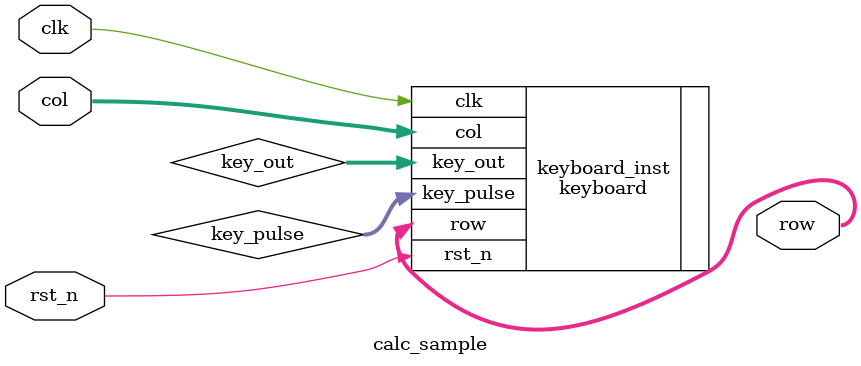
<source format=v>

module calc_sample #(
    parameter NUM_FOR_200HZ = 60000 // 200Hz¼ÆÊý£¬12M/200=60000
)(
	input clk,
	input rst_n,
	
	// keyboard
    input [3:0] col,
    output  [3:0] row
 
); 
/*
// ÊýÂë¹ÜÅäÖÃ
reg	[4:0] 	seg_data_1;		// seg1 ÊýÂë¹ÜÒªÏÔÊ¾µÄÊý¾Ý
reg	[4:0]	seg_data_2;		// seg2
reg	[4:0]	seg_data_3;		// seg3
reg	[4:0]	seg_data_4;		// seg4
reg	[4:0]	seg_data_5;		// seg5
reg	[4:0]	seg_data_6;		// seg6
reg	[4:0]	seg_data_7;		// seg7
reg	[4:0]	seg_data_8;		// seg8
reg	[7:0]	seg_data_en;	// ÊýÂë¹ÜÊý¾ÝÊ¹ÄÜ[msb seg8 ~ lsb seg1]
reg	[7:0]	seg_dot_en;		// ÊýÂë¹ÜÐ¡ÊýµãÊ¹ÄÜ
*/



// ¾ØÕó¼üÅÌ
wire [15:0] key_out;
wire [15:0] key_pulse;
keyboard #(
	.NUM_FOR_200HZ(NUM_FOR_200HZ)
)
keyboard_inst(
	.clk(clk),
	.rst_n(rst_n),
	.col(col),
    .row(row),
	.key_out(key_out),
    .key_pulse(key_pulse)
);

 
// ¼ÆËãÆ÷×´Ì¬»úÊµÏÖ



// ×´Ì¬¶¨Òå
parameter S00 = 	9'b000000001; // ³õÊ¼»¯×´Ì¬
parameter S11 = 	9'b000000010; // ÊäÈëµÚÒ»¸ö²Ù×÷ÊýµÄ1Î»
parameter S12 = 	9'b000000100; // ÊäÈëµÚÒ»¸ö²Ù×÷ÊýµÄ2Î»
parameter S_OP = 	9'b000001000; // ÊäÈëÔËËã·û
parameter S21 = 	9'b000010000; // ÊäÈëµÚ¶þ¸ö²Ù×÷ÊýµÄ1Î»
parameter S22 = 	9'b000100000; // ÊäÈëµÚ¶þ¸ö²Ù×÷ÊýµÄ2Î»
parameter S_EQ = 	9'b001000000; // ÊäÈëµÈºÅ£¬½øÐÐ¼ÆËã
parameter S_ERR = 	9'b100000000; // ´íÎó×´Ì¬

reg [7:0] curr_st; // µ±Ç°×´Ì¬
reg [7:0] next_st; // ÏÂÒ»¸ö×´Ì¬




reg [3:0] key_value; // °´¼üÖµ
reg [3:0] key_value2; // °´¼üÖµ
reg [3:0] key_value3; // °´¼üÖµ


reg [3:0] v11; // ²Ù×÷Êý1µÄ1Î»
reg [3:0] v12; // ²Ù×÷Êý1µÄ2Î»
reg [3:0] v21; // ²Ù×÷Êý2µÄ1Î»
reg [3:0] v22; // ²Ù×÷Êý2µÄ2Î»
reg [3:0] op; // ÔËËã·û
reg [3:0] v111;



// ×´Ì¬»úµÚÒ»¶Î£ºÍ¬²½Ê±ÐòÃèÊö×´Ì¬×ªÒÆ£¬ÒÔ¼°¸üÐÂ°´¼üÖµ
always @(posedge clk or negedge rst_n) begin
	if(!rst_n) begin
		curr_st <= S00;
	end
	else begin // Í¨¹ý°´¼üÀ´ÅÐ¶ÏÏÂÒ»¸ö×´Ì¬
		curr_st <= next_st;
	end
end

reg flag;
reg [15:0] key_pulse2;
reg [15:0] key_pulse3;
// ¸üÐÂ°´¼üÖµ
always@(posedge clk or negedge rst_n) begin
	if(!rst_n) begin
		key_value <= 4'hf;
		key_value2<= 4'hf;
		key_pulse2 <= 16'h0000;
	end else begin
	/* ¾ØÕó¼üÅÌ°´¼ü·ÖÅäÈçÏÂ
		1 2 3 +
		4 5 6 -
		7 8 9 *
		0 C = /
		°Ñ°´¼üÓ³Éäµ½ÕâÐ©Êý¾ÝÉÏ£¬0~9 ¶ÔÓ¦ h'0~9£¬ÆäËûµÄ·Ö±ð¶ÔÓ¦ a~f (+ - * / ¶ÔÓ¦a b c d), f´ú±íÇå³ý£¨Ò²¿ÉÖ±½Ó°ó¶¨¸´Î»£©£¬e ´ú±í¼ÆËã=
	*/
	
		case(key_pulse)
			16'h0001: key_value <= 4'h1;  // 1
			16'h0002: key_value <= 4'h2;  // 2
			16'h0004: key_value <= 4'h3;  // 3
			16'h0008: key_value <= 4'ha;  // +
			16'h0010: key_value <= 4'h4;  // 4
			16'h0020: key_value <= 4'h5;  // 5
			16'h0040: key_value <= 4'h6;  // 6
			16'h0080: key_value <= 4'hb;  // -
			16'h0100: key_value <= 4'h7;  // 7
            16'h0200: key_value <= 4'h8;  // 8
			16'h0400: key_value <= 4'h9;  // 9
			16'h0800: key_value <= 4'hc;  // x
			16'h1000: key_value <= 4'h0;  // 0
			16'h2000: key_value <= 4'hf;  // C Çå³ý£¨ÖØÖÃ£© £¬fÒ²×öÎÞÐ§ÖµÓÃ
			16'h4000: key_value <= 4'he;  // =
			16'h8000: key_value <= 4'hd;  // /
			default:  key_value <= key_value;   //ÎÞ°´¼ü°´ÏÂÊ±±£³Ö
		endcase

		// ÐÞ¸Ä1

			key_pulse2 <= key_pulse;
			key_pulse3 <= key_pulse2;

	/*
		case(key_pulse)
			16'h0001: begin key_value <= 4'h1; key_value2 <= 4'h1; end // 1
			16'h0002: begin key_value <= 4'h2; key_value2 <= 4'h2;  end /// 2
			16'h0004: begin key_value <= 4'h3; key_value2 <= 4'h3;  end /// 3
			16'h0008: begin key_value <= 4'ha; key_value2 <= 4'ha;  end /// +
			16'h0010: begin key_value <= 4'h4; key_value2 <= 4'h4;  end /// 4
			16'h0020: begin key_value <= 4'h5;  end /// 5
			16'h0040: begin key_value <= 4'h6;  end /// 6
			16'h0080: begin key_value <= 4'hb;  end /// -
			16'h0100: begin key_value <= 4'h7;  end /// 7
            16'h0200: begin key_value <= 4'h8;  end /// 8
			16'h0400: begin key_value <= 4'h9;  end /// 9
			16'h0800: begin key_value <= 4'hc;  end /// x
			16'h1000: begin key_value <= 4'h0;  end /// 0
			16'h2000: begin key_value <= 4'hf;  end /// C Çå³ý£¨ÖØÖÃ£© £¬fÒ²×öÎÞÐ§ÖµÓÃ
			16'h4000: begin key_value <= 4'he;  end /// =
			16'h8000: begin key_value <= 4'hd;  end /// /
			default:  begin key_value <= key_value;   end ///ÎÞ°´¼ü°´ÏÂÊ±±£³Ö
		endcase
		//v111 <= key_value;
		*/
		

	end
end

// ×´Ì¬»úµÚ¶þ¶Î£ºÊ¹ÓÃ°´¼üÖµÅÐ¶ÏÏÂÒ»¸ö×´Ì¬£¨×´Ì¬×ªÒÆ£©
always @(*) begin
//next_st <=  curr_st;
	case(curr_st)
		S00: begin // Ö»¿ÉÒÔÊäÈëÊý×Ö£¬µÚÒ»¸öÊý×ÖµÄµÚÒ»Î»
			if((key_value < 4'ha) && (key_pulse2>0) ) begin
				
				//key_value2 = 4'h2;
				//v11 <= key_value;
				//v111 = 5'd2;
				next_st = S11;
			end else 
				next_st = S00;
		end
		S11: begin  // ¿ÉÒÔÊäÈëÊý×ÖµÚ¶þÎ»»òÕßÔËËã·û
			if((key_value < 4'ha) && (key_pulse2>0) ) begin
				
				//v12 = key_value;
				next_st = S12;
			end else if((key_value >= 4'ha) && (key_value <= 4'hd) && (key_pulse2>0)  ) begin
				next_st = S_OP;
				//op = key_value;
			end else 
				next_st = S11;

		end

		S12: begin // Ö»¿ÉÒÔÊäÈëÔËËã·û
			if((key_value >= 4'ha) && (key_value <= 4'hd) && (key_pulse2>0)) begin
				next_st = S_OP;
			end else 
				next_st = S12;
		end

		S_OP: begin // ¿ÉÒÔÊäÈëµÚ¶þÊý×ÖµÄµÚÒ»Î»
		  	if((key_value < 4'ha) && (key_pulse2>0)) begin
				next_st = S21;
			end else 
				next_st = S_OP;
		end

		S21: begin  // ¿ÉÒÔÊäÈëÊý×ÖµÚ¶þÎ»»òÕßµÈºÅ
			if((key_value < 4'ha) && (key_pulse2>0)) begin
				next_st = S22;
			end else if((key_value == 4'he) && (key_pulse2>0)) begin
				next_st = S_EQ;
			end else 
				next_st = S21;
		end

		S22: begin  // Ö»¿ÉÒÔÊäÈëµÈºÅ
			if((key_value == 4'he) && (key_pulse2>0)) begin
				next_st = S_EQ;
			end else 
				next_st = S22;
		end

		S_EQ: begin // µÈ´ý¼ÆËã
			next_st = S00;
		end

		S_ERR: begin
			next_st = S_ERR;
		end

		default:
			next_st = S00;
	endcase
end

reg [4:0] seg_data_1;
reg [4:0] seg_data_2;
reg [4:0] seg_data_3;
reg [4:0] seg_data_4;
reg [4:0] seg_data_5;
reg [4:0] seg_data_6;
reg [4:0] seg_data_7;
reg [4:0] seg_data_8;

// ×´Ì¬»úµÚÈý¶Î£ºÃèÊö×´Ì¬Êä³ö
always @(posedge clk or negedge rst_n) begin
	if(!rst_n) begin


		seg_data_1 <= 5'd16; // 16ÔÚÊýÂë¹ÜÖÐÖÃ¿Õ
		
	end else begin

		if(next_st == S11) begin

			seg_data_1 <= key_value;
			

		end else if(next_st == S12) begin
			seg_data_2 <= key_value;
		end else if(next_st == S_OP) begin
			op <= key_value;
			case(op)
				4'ha: begin // +
					seg_data_4 <= 5'd10;
					//seg_data_5 <= 5'd11;
					seg_data_5 <= 5'd12;
				end
				4'hb: begin // -
					seg_data_4 <= 5'd12;
					seg_data_5 <= 5'd16;
				end
				4'hc: begin // *
					seg_data_4 <= 5'd13;
					seg_data_5 <= 5'd16;
				end
				4'hd: begin
					seg_data_4 <= 5'd14;
					seg_data_5 <= 5'd16;
				end
				default: begin
					seg_data_4 <= 5'd15;
					seg_data_5 <= 5'd15;
				end
			endcase
		end else if(next_st == S21) begin
			seg_data_6 <= key_value;
			
		end else if(next_st == S22) begin
			seg_data_7 <= key_value;

			
		end else if(next_st == S_EQ) begin
			seg_data_8 <= 5'd18;
			seg_data_8 <= 5'd18;
		end else if(next_st == S_ERR) begin
			// ERR
			seg_data_6 <= 5'd15;
			seg_data_7 <= 5'd17;
			seg_data_8 <= 5'd17;
		end
			
	end

end

endmodule
</source>
